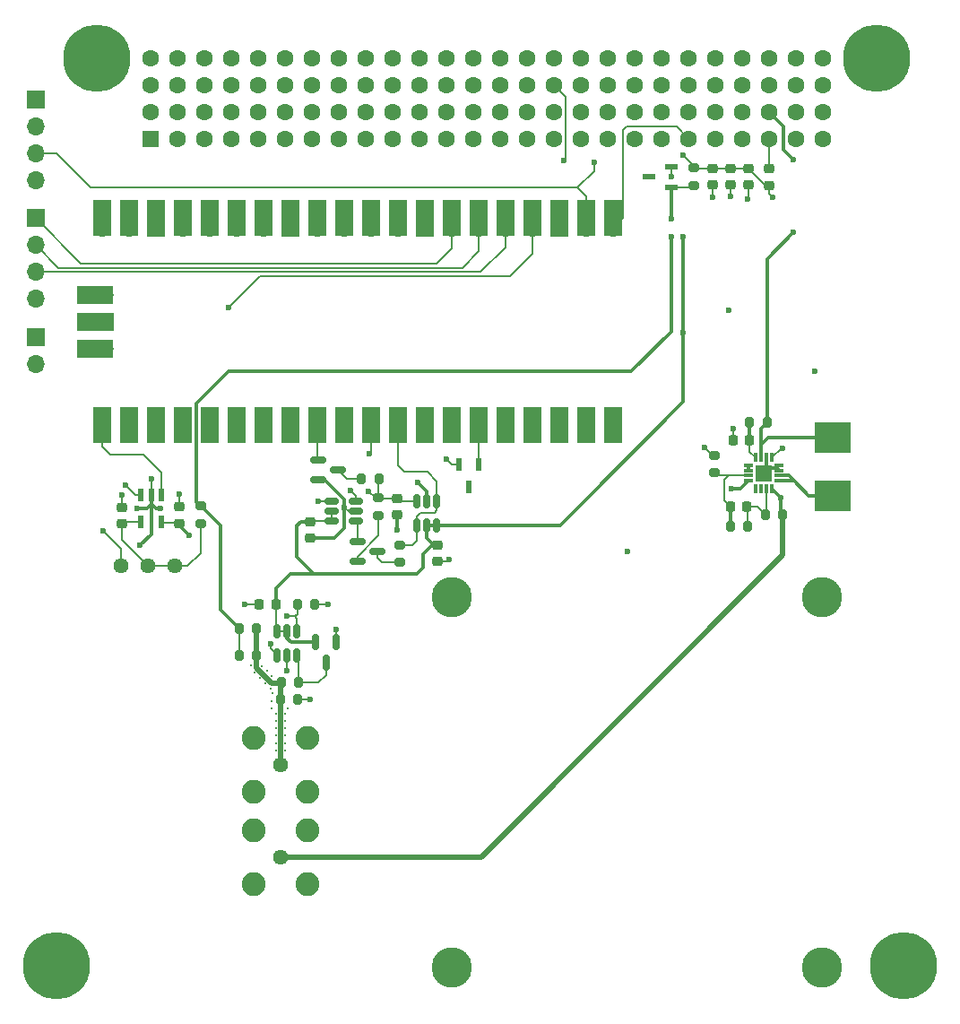
<source format=gtl>
%TF.GenerationSoftware,KiCad,Pcbnew,7.0.6*%
%TF.CreationDate,2023-08-29T11:28:15+01:00*%
%TF.ProjectId,SiPM_output,5369504d-5f6f-4757-9470-75742e6b6963,2.2*%
%TF.SameCoordinates,Original*%
%TF.FileFunction,Copper,L1,Top*%
%TF.FilePolarity,Positive*%
%FSLAX46Y46*%
G04 Gerber Fmt 4.6, Leading zero omitted, Abs format (unit mm)*
G04 Created by KiCad (PCBNEW 7.0.6) date 2023-08-29 11:28:15*
%MOMM*%
%LPD*%
G01*
G04 APERTURE LIST*
G04 Aperture macros list*
%AMRoundRect*
0 Rectangle with rounded corners*
0 $1 Rounding radius*
0 $2 $3 $4 $5 $6 $7 $8 $9 X,Y pos of 4 corners*
0 Add a 4 corners polygon primitive as box body*
4,1,4,$2,$3,$4,$5,$6,$7,$8,$9,$2,$3,0*
0 Add four circle primitives for the rounded corners*
1,1,$1+$1,$2,$3*
1,1,$1+$1,$4,$5*
1,1,$1+$1,$6,$7*
1,1,$1+$1,$8,$9*
0 Add four rect primitives between the rounded corners*
20,1,$1+$1,$2,$3,$4,$5,0*
20,1,$1+$1,$4,$5,$6,$7,0*
20,1,$1+$1,$6,$7,$8,$9,0*
20,1,$1+$1,$8,$9,$2,$3,0*%
G04 Aperture macros list end*
%TA.AperFunction,SMDPad,CuDef*%
%ADD10RoundRect,0.150000X-0.150000X0.512500X-0.150000X-0.512500X0.150000X-0.512500X0.150000X0.512500X0*%
%TD*%
%TA.AperFunction,SMDPad,CuDef*%
%ADD11RoundRect,0.150000X-0.587500X-0.150000X0.587500X-0.150000X0.587500X0.150000X-0.587500X0.150000X0*%
%TD*%
%TA.AperFunction,SMDPad,CuDef*%
%ADD12RoundRect,0.150000X0.512500X0.150000X-0.512500X0.150000X-0.512500X-0.150000X0.512500X-0.150000X0*%
%TD*%
%TA.AperFunction,SMDPad,CuDef*%
%ADD13RoundRect,0.225000X0.225000X0.250000X-0.225000X0.250000X-0.225000X-0.250000X0.225000X-0.250000X0*%
%TD*%
%TA.AperFunction,SMDPad,CuDef*%
%ADD14RoundRect,0.150000X0.150000X-0.512500X0.150000X0.512500X-0.150000X0.512500X-0.150000X-0.512500X0*%
%TD*%
%TA.AperFunction,ComponentPad*%
%ADD15C,2.250000*%
%TD*%
%TA.AperFunction,ComponentPad*%
%ADD16C,1.440000*%
%TD*%
%TA.AperFunction,SMDPad,CuDef*%
%ADD17RoundRect,0.225000X-0.250000X0.225000X-0.250000X-0.225000X0.250000X-0.225000X0.250000X0.225000X0*%
%TD*%
%TA.AperFunction,SMDPad,CuDef*%
%ADD18RoundRect,0.200000X0.275000X-0.200000X0.275000X0.200000X-0.275000X0.200000X-0.275000X-0.200000X0*%
%TD*%
%TA.AperFunction,SMDPad,CuDef*%
%ADD19R,3.500000X1.700000*%
%TD*%
%TA.AperFunction,ComponentPad*%
%ADD20O,1.700000X1.700000*%
%TD*%
%TA.AperFunction,ComponentPad*%
%ADD21R,1.700000X1.700000*%
%TD*%
%TA.AperFunction,SMDPad,CuDef*%
%ADD22R,1.700000X3.500000*%
%TD*%
%TA.AperFunction,SMDPad,CuDef*%
%ADD23RoundRect,0.200000X-0.200000X-0.275000X0.200000X-0.275000X0.200000X0.275000X-0.200000X0.275000X0*%
%TD*%
%TA.AperFunction,SMDPad,CuDef*%
%ADD24RoundRect,0.150000X-0.150000X0.587500X-0.150000X-0.587500X0.150000X-0.587500X0.150000X0.587500X0*%
%TD*%
%TA.AperFunction,SMDPad,CuDef*%
%ADD25RoundRect,0.218750X-0.256250X0.218750X-0.256250X-0.218750X0.256250X-0.218750X0.256250X0.218750X0*%
%TD*%
%TA.AperFunction,SMDPad,CuDef*%
%ADD26RoundRect,0.225000X0.250000X-0.225000X0.250000X0.225000X-0.250000X0.225000X-0.250000X-0.225000X0*%
%TD*%
%TA.AperFunction,ComponentPad*%
%ADD27C,6.350000*%
%TD*%
%TA.AperFunction,ComponentPad*%
%ADD28R,1.600000X1.600000*%
%TD*%
%TA.AperFunction,ComponentPad*%
%ADD29C,1.600000*%
%TD*%
%TA.AperFunction,ComponentPad*%
%ADD30C,3.800000*%
%TD*%
%TA.AperFunction,SMDPad,CuDef*%
%ADD31RoundRect,0.088500X0.526500X0.206500X-0.526500X0.206500X-0.526500X-0.206500X0.526500X-0.206500X0*%
%TD*%
%TA.AperFunction,SMDPad,CuDef*%
%ADD32RoundRect,0.200000X-0.275000X0.200000X-0.275000X-0.200000X0.275000X-0.200000X0.275000X0.200000X0*%
%TD*%
%TA.AperFunction,SMDPad,CuDef*%
%ADD33RoundRect,0.200000X0.200000X0.275000X-0.200000X0.275000X-0.200000X-0.275000X0.200000X-0.275000X0*%
%TD*%
%TA.AperFunction,SMDPad,CuDef*%
%ADD34R,1.550000X1.550000*%
%TD*%
%TA.AperFunction,SMDPad,CuDef*%
%ADD35R,0.850000X0.300000*%
%TD*%
%TA.AperFunction,SMDPad,CuDef*%
%ADD36R,0.300000X0.850000*%
%TD*%
%TA.AperFunction,SMDPad,CuDef*%
%ADD37R,3.500000X2.950000*%
%TD*%
%TA.AperFunction,SMDPad,CuDef*%
%ADD38RoundRect,0.088500X-0.206500X0.516500X-0.206500X-0.516500X0.206500X-0.516500X0.206500X0.516500X0*%
%TD*%
%TA.AperFunction,SMDPad,CuDef*%
%ADD39RoundRect,0.088500X-0.206500X0.526500X-0.206500X-0.526500X0.206500X-0.526500X0.206500X0.526500X0*%
%TD*%
%TA.AperFunction,ViaPad*%
%ADD40C,0.600000*%
%TD*%
%TA.AperFunction,ViaPad*%
%ADD41C,0.300000*%
%TD*%
%TA.AperFunction,Conductor*%
%ADD42C,0.200000*%
%TD*%
%TA.AperFunction,Conductor*%
%ADD43C,0.300000*%
%TD*%
%TA.AperFunction,Conductor*%
%ADD44C,0.500000*%
%TD*%
G04 APERTURE END LIST*
D10*
%TO.P,U4,6,V+*%
%TO.N,VCC*%
X93775000Y-102987500D03*
%TO.P,U4,5,ENABLE*%
X92825000Y-102987500D03*
%TO.P,U4,4,-*%
%TO.N,PEAK*%
X91875000Y-102987500D03*
%TO.P,U4,3,+*%
%TO.N,Net-(U3--)*%
X91875000Y-100712500D03*
%TO.P,U4,2,V-*%
%TO.N,GND*%
X92825000Y-100712500D03*
%TO.P,U4,1*%
%TO.N,PEAK*%
X93775000Y-100712500D03*
%TD*%
D11*
%TO.P,D2,3,COM*%
%TO.N,Net-(D2-COM)*%
X88162500Y-105462500D03*
%TO.P,D2,2,K*%
%TO.N,Net-(D2-K)*%
X86287500Y-106412500D03*
%TO.P,D2,1,A*%
%TO.N,Net-(D2-A)*%
X86287500Y-104512500D03*
%TD*%
D12*
%TO.P,U3,6,V+*%
%TO.N,VCC*%
X83850000Y-102612500D03*
%TO.P,U3,5,ENABLE*%
X83850000Y-101662500D03*
%TO.P,U3,4,-*%
%TO.N,Net-(U3--)*%
X83850000Y-100712500D03*
%TO.P,U3,3,+*%
%TO.N,SIG*%
X86125000Y-100712500D03*
%TO.P,U3,2,V-*%
%TO.N,GND*%
X86125000Y-101662500D03*
%TO.P,U3,1*%
%TO.N,Net-(D2-A)*%
X86125000Y-102612500D03*
%TD*%
D13*
%TO.P,C2,2*%
%TO.N,GND*%
X121775000Y-95000000D03*
%TO.P,C2,1*%
%TO.N,Net-(IC1-~{SHDN})*%
X123325000Y-95000000D03*
%TD*%
D14*
%TO.P,U2,6,V+*%
%TO.N,VCC*%
X78650000Y-112962500D03*
%TO.P,U2,5,ENABLE*%
X79600000Y-112962500D03*
%TO.P,U2,4,-*%
%TO.N,Net-(U2--)*%
X80550000Y-112962500D03*
%TO.P,U2,3,+*%
%TO.N,Net-(D1-COM)*%
X80550000Y-115237500D03*
%TO.P,U2,2,V-*%
%TO.N,GND*%
X79600000Y-115237500D03*
%TO.P,U2,1*%
%TO.N,SIG*%
X78650000Y-115237500D03*
%TD*%
D15*
%TO.P,J6,2,Ext*%
%TO.N,GND*%
X76460000Y-123110000D03*
X76460000Y-128190000D03*
X81540000Y-123110000D03*
X81540000Y-128190000D03*
D16*
%TO.P,J6,1,In*%
%TO.N,SiPM*%
X79000000Y-125650000D03*
%TD*%
D17*
%TO.P,C8,2*%
%TO.N,GND*%
X119800000Y-70825000D03*
%TO.P,C8,1*%
%TO.N,VCC*%
X119800000Y-69275000D03*
%TD*%
D18*
%TO.P,R5,2*%
%TO.N,STB_VREF*%
X71430000Y-101175000D03*
%TO.P,R5,1*%
%TO.N,Net-(C4-Pad2)*%
X71430000Y-102825000D03*
%TD*%
D19*
%TO.P,U5,43,SWDIO*%
%TO.N,unconnected-(U5-SWDIO-Pad43)*%
X61500000Y-86290000D03*
D20*
X62400000Y-86290000D03*
D19*
%TO.P,U5,42,GND*%
%TO.N,unconnected-(U5-GND-Pad42)*%
X61500000Y-83750000D03*
D21*
X62400000Y-83750000D03*
D19*
%TO.P,U5,41,SWCLK*%
%TO.N,unconnected-(U5-SWCLK-Pad41)*%
X61500000Y-81210000D03*
D20*
X62400000Y-81210000D03*
D22*
%TO.P,U5,40,VBUS*%
%TO.N,VBUS*%
X110430000Y-93540000D03*
D20*
X110430000Y-92640000D03*
D22*
%TO.P,U5,39,VSYS*%
%TO.N,VSYS*%
X107890000Y-93540000D03*
D20*
X107890000Y-92640000D03*
D22*
%TO.P,U5,38,GND*%
%TO.N,GND*%
X105350000Y-93540000D03*
D21*
X105350000Y-92640000D03*
D22*
%TO.P,U5,37,3V3_EN*%
%TO.N,unconnected-(U5-3V3_EN-Pad37)*%
X102810000Y-93540000D03*
D20*
X102810000Y-92640000D03*
D22*
%TO.P,U5,36,3V3*%
%TO.N,unconnected-(U5-3V3-Pad36)*%
X100270000Y-93540000D03*
D20*
X100270000Y-92640000D03*
D22*
%TO.P,U5,35,ADC_VREF*%
%TO.N,VREF*%
X97730000Y-93540000D03*
D20*
X97730000Y-92640000D03*
D22*
%TO.P,U5,34,GPIO28_ADC2*%
%TO.N,GND*%
X95190000Y-93540000D03*
D20*
X95190000Y-92640000D03*
D22*
%TO.P,U5,33,AGND*%
X92650000Y-93540000D03*
D21*
X92650000Y-92640000D03*
D22*
%TO.P,U5,32,GPIO27_ADC1*%
%TO.N,PEAK*%
X90110000Y-93540000D03*
D20*
X90110000Y-92640000D03*
D22*
%TO.P,U5,31,GPIO26_ADC0*%
%TO.N,SIG*%
X87570000Y-93540000D03*
D20*
X87570000Y-92640000D03*
D22*
%TO.P,U5,30,RUN*%
%TO.N,unconnected-(U5-RUN-Pad30)*%
X85030000Y-93540000D03*
D20*
X85030000Y-92640000D03*
D22*
%TO.P,U5,29,GPIO22*%
%TO.N,RST*%
X82490000Y-93540000D03*
D20*
X82490000Y-92640000D03*
D22*
%TO.P,U5,28,GND*%
%TO.N,GND*%
X79950000Y-93540000D03*
D21*
X79950000Y-92640000D03*
D22*
%TO.P,U5,27,GPIO21*%
%TO.N,unconnected-(U5-GPIO21-Pad27)*%
X77410000Y-93540000D03*
D20*
X77410000Y-92640000D03*
D22*
%TO.P,U5,26,GPIO20*%
%TO.N,unconnected-(U5-GPIO20-Pad26)*%
X74870000Y-93540000D03*
D20*
X74870000Y-92640000D03*
D22*
%TO.P,U5,25,GPIO19*%
%TO.N,unconnected-(U5-GPIO19-Pad25)*%
X72330000Y-93540000D03*
D20*
X72330000Y-92640000D03*
D22*
%TO.P,U5,24,GPIO18*%
%TO.N,unconnected-(U5-GPIO18-Pad24)*%
X69790000Y-93540000D03*
D20*
X69790000Y-92640000D03*
D22*
%TO.P,U5,23,GND*%
%TO.N,GND*%
X67250000Y-93540000D03*
D21*
X67250000Y-92640000D03*
D22*
%TO.P,U5,22,GPIO17*%
%TO.N,unconnected-(U5-GPIO17-Pad22)*%
X64710000Y-93540000D03*
D20*
X64710000Y-92640000D03*
D22*
%TO.P,U5,21,GPIO16*%
%TO.N,INT*%
X62170000Y-93540000D03*
D20*
X62170000Y-92640000D03*
D22*
%TO.P,U5,20,GPIO15*%
%TO.N,unconnected-(U5-GPIO15-Pad20)*%
X62170000Y-73960000D03*
D20*
X62170000Y-74860000D03*
D22*
%TO.P,U5,19,GPIO14*%
%TO.N,unconnected-(U5-GPIO14-Pad19)*%
X64710000Y-73960000D03*
D20*
X64710000Y-74860000D03*
D22*
%TO.P,U5,18,GND*%
%TO.N,GND*%
X67250000Y-73960000D03*
D21*
X67250000Y-74860000D03*
D22*
%TO.P,U5,17,GPIO13*%
%TO.N,unconnected-(U5-GPIO13-Pad17)*%
X69790000Y-73960000D03*
D20*
X69790000Y-74860000D03*
D22*
%TO.P,U5,16,GPIO12*%
%TO.N,unconnected-(U5-GPIO12-Pad16)*%
X72330000Y-73960000D03*
D20*
X72330000Y-74860000D03*
D22*
%TO.P,U5,15,GPIO11*%
%TO.N,unconnected-(U5-GPIO11-Pad15)*%
X74870000Y-73960000D03*
D20*
X74870000Y-74860000D03*
D22*
%TO.P,U5,14,GPIO10*%
%TO.N,unconnected-(U5-GPIO10-Pad14)*%
X77410000Y-73960000D03*
D20*
X77410000Y-74860000D03*
D22*
%TO.P,U5,13,GND*%
%TO.N,GND*%
X79950000Y-73960000D03*
D21*
X79950000Y-74860000D03*
D22*
%TO.P,U5,12,GPIO9*%
%TO.N,UART1RX*%
X82490000Y-73960000D03*
D20*
X82490000Y-74860000D03*
D22*
%TO.P,U5,11,GPIO8*%
%TO.N,UART1TX*%
X85030000Y-73960000D03*
D20*
X85030000Y-74860000D03*
D22*
%TO.P,U5,10,GPIO7*%
%TO.N,unconnected-(U5-GPIO7-Pad10)*%
X87570000Y-73960000D03*
D20*
X87570000Y-74860000D03*
D22*
%TO.P,U5,9,GPIO6*%
%TO.N,unconnected-(U5-GPIO6-Pad9)*%
X90110000Y-73960000D03*
D20*
X90110000Y-74860000D03*
D22*
%TO.P,U5,8,GND*%
%TO.N,GND*%
X92650000Y-73960000D03*
D21*
X92650000Y-74860000D03*
D22*
%TO.P,U5,7,GPIO5*%
%TO.N,CS*%
X95190000Y-73960000D03*
D20*
X95190000Y-74860000D03*
D22*
%TO.P,U5,6,GPIO4*%
%TO.N,RX*%
X97730000Y-73960000D03*
D20*
X97730000Y-74860000D03*
D22*
%TO.P,U5,5,GPIO3*%
%TO.N,TX*%
X100270000Y-73960000D03*
D20*
X100270000Y-74860000D03*
D22*
%TO.P,U5,4,GPIO2*%
%TO.N,SCK*%
X102810000Y-73960000D03*
D20*
X102810000Y-74860000D03*
D22*
%TO.P,U5,3,GND*%
%TO.N,GND*%
X105350000Y-73960000D03*
D21*
X105350000Y-74860000D03*
D22*
%TO.P,U5,2,GPIO1*%
%TO.N,SCL*%
X107890000Y-73960000D03*
D20*
X107890000Y-74860000D03*
D22*
%TO.P,U5,1,GPIO0*%
%TO.N,SDA*%
X110430000Y-73960000D03*
D20*
X110430000Y-74860000D03*
%TD*%
D18*
%TO.P,R7,2*%
%TO.N,PEAK*%
X90225000Y-104862500D03*
%TO.P,R7,1*%
%TO.N,Net-(D2-COM)*%
X90225000Y-106512500D03*
%TD*%
D23*
%TO.P,R1,2*%
%TO.N,Net-(D1-COM)*%
X80700000Y-117837500D03*
%TO.P,R1,1*%
%TO.N,SiPM*%
X79050000Y-117837500D03*
%TD*%
D17*
%TO.P,C7,2*%
%TO.N,GND*%
X90050000Y-102000000D03*
%TO.P,C7,1*%
%TO.N,Net-(U3--)*%
X90050000Y-100450000D03*
%TD*%
D23*
%TO.P,R3,2*%
%TO.N,GND*%
X80650000Y-119437500D03*
%TO.P,R3,1*%
%TO.N,SiPM*%
X79000000Y-119437500D03*
%TD*%
D20*
%TO.P,J1,4,Pin_4*%
%TO.N,SCK*%
X55850000Y-81620000D03*
%TO.P,J1,3,Pin_3*%
%TO.N,TX*%
X55850000Y-79080000D03*
%TO.P,J1,2,Pin_2*%
%TO.N,RX*%
X55850000Y-76540000D03*
D21*
%TO.P,J1,1,Pin_1*%
%TO.N,CS*%
X55850000Y-74000000D03*
%TD*%
D16*
%TO.P,RV1,3,3*%
%TO.N,GND*%
X63900000Y-106850000D03*
%TO.P,RV1,2,2*%
%TO.N,Net-(C4-Pad2)*%
X66440000Y-106850000D03*
%TO.P,RV1,1,1*%
X68980000Y-106850000D03*
%TD*%
D23*
%TO.P,R10,2*%
%TO.N,SiPM*%
X76750000Y-112777500D03*
%TO.P,R10,1*%
%TO.N,STB_VREF*%
X75100000Y-112777500D03*
%TD*%
D13*
%TO.P,C3,2*%
%TO.N,GND*%
X77000000Y-110437500D03*
%TO.P,C3,1*%
%TO.N,VCC*%
X78550000Y-110437500D03*
%TD*%
D17*
%TO.P,C10,2*%
%TO.N,GND*%
X123200000Y-70825000D03*
%TO.P,C10,1*%
%TO.N,VCC*%
X123200000Y-69275000D03*
%TD*%
%TO.P,C11,2*%
%TO.N,GND*%
X81825000Y-104187500D03*
%TO.P,C11,1*%
%TO.N,VCC*%
X81825000Y-102637500D03*
%TD*%
D18*
%TO.P,R6,2*%
%TO.N,Net-(U3--)*%
X88275000Y-100412500D03*
%TO.P,R6,1*%
%TO.N,Net-(D2-K)*%
X88275000Y-102062500D03*
%TD*%
D24*
%TO.P,D1,3,COM*%
%TO.N,Net-(D1-COM)*%
X83300000Y-115925000D03*
%TO.P,D1,2,K*%
%TO.N,VCC*%
X82350000Y-114050000D03*
%TO.P,D1,1,A*%
%TO.N,GND*%
X84250000Y-114050000D03*
%TD*%
D15*
%TO.P,J4,2,Ext*%
%TO.N,GND*%
X76470000Y-131750000D03*
X76470000Y-136830000D03*
X81550000Y-131750000D03*
X81550000Y-136830000D03*
D16*
%TO.P,J4,1,In*%
%TO.N,BIAS*%
X79010000Y-134290000D03*
%TD*%
D25*
%TO.P,L1,2,2*%
%TO.N,VCC*%
X125150000Y-70887500D03*
%TO.P,L1,1,1*%
%TO.N,Net-(U8-47-OUT1_3V3)*%
X125150000Y-69312500D03*
%TD*%
D26*
%TO.P,C1,2*%
%TO.N,GND*%
X69480000Y-101250000D03*
%TO.P,C1,1*%
%TO.N,VCC*%
X69480000Y-102800000D03*
%TD*%
D27*
%TO.P,U8,*%
%TO.N,*%
X57840000Y-144600000D03*
X61650000Y-58870000D03*
X135310000Y-58870000D03*
X137850000Y-144600000D03*
D28*
%TO.P,U8,1,01-CAN-L*%
%TO.N,unconnected-(U8-01-CAN-L-Pad1)*%
X66730000Y-66490000D03*
D29*
%TO.P,U8,2,02*%
%TO.N,unconnected-(U8-02-Pad2)*%
X66730000Y-63950000D03*
%TO.P,U8,3,03-CAN-H*%
%TO.N,unconnected-(U8-03-CAN-H-Pad3)*%
X69270000Y-66490000D03*
%TO.P,U8,4,04*%
%TO.N,unconnected-(U8-04-Pad4)*%
X69270000Y-63950000D03*
%TO.P,U8,5,05*%
%TO.N,unconnected-(U8-05-Pad5)*%
X71810000Y-66490000D03*
%TO.P,U8,6,06*%
%TO.N,unconnected-(U8-06-Pad6)*%
X71810000Y-63950000D03*
%TO.P,U8,7,07*%
%TO.N,unconnected-(U8-07-Pad7)*%
X74350000Y-66490000D03*
%TO.P,U8,8,08*%
%TO.N,unconnected-(U8-08-Pad8)*%
X74350000Y-63950000D03*
%TO.P,U8,9,09-I2C2_SDA*%
%TO.N,unconnected-(U8-09-I2C2_SDA-Pad9)*%
X76890000Y-66490000D03*
%TO.P,U8,10,10*%
%TO.N,unconnected-(U8-Pad10)*%
X76890000Y-63950000D03*
%TO.P,U8,11,11-I2C2_SCL*%
%TO.N,unconnected-(U8-11-I2C2_SCL-Pad11)*%
X79430000Y-66490000D03*
%TO.P,U8,12,12*%
%TO.N,unconnected-(U8-Pad12)*%
X79430000Y-63950000D03*
%TO.P,U8,13,13*%
%TO.N,unconnected-(U8-Pad13)*%
X81970000Y-66490000D03*
%TO.P,U8,14,14*%
%TO.N,unconnected-(U8-Pad14)*%
X81970000Y-63950000D03*
%TO.P,U8,15,15*%
%TO.N,unconnected-(U8-Pad15)*%
X84510000Y-66490000D03*
%TO.P,U8,16,16*%
%TO.N,unconnected-(U8-Pad16)*%
X84510000Y-63950000D03*
%TO.P,U8,17,17*%
%TO.N,unconnected-(U8-Pad17)*%
X87050000Y-66490000D03*
%TO.P,U8,18,18*%
%TO.N,unconnected-(U8-Pad18)*%
X87050000Y-63950000D03*
%TO.P,U8,19,19-RX*%
%TO.N,unconnected-(U8-19-RX-Pad19)*%
X89590000Y-66490000D03*
%TO.P,U8,20,TX-20*%
%TO.N,unconnected-(U8-TX-20-Pad20)*%
X89590000Y-63950000D03*
%TO.P,U8,21,21*%
%TO.N,unconnected-(U8-Pad21)*%
X92130000Y-66490000D03*
%TO.P,U8,22,22*%
%TO.N,unconnected-(U8-Pad22)*%
X92130000Y-63950000D03*
%TO.P,U8,23,23*%
%TO.N,unconnected-(U8-Pad23)*%
X94670000Y-66490000D03*
%TO.P,U8,24,24*%
%TO.N,unconnected-(U8-Pad24)*%
X94670000Y-63950000D03*
%TO.P,U8,25,25*%
%TO.N,unconnected-(U8-Pad25)*%
X97210000Y-66490000D03*
%TO.P,U8,26,26*%
%TO.N,unconnected-(U8-Pad26)*%
X97210000Y-63950000D03*
%TO.P,U8,27,27*%
%TO.N,unconnected-(U8-Pad27)*%
X99750000Y-66490000D03*
%TO.P,U8,28,28*%
%TO.N,unconnected-(U8-Pad28)*%
X99750000Y-63950000D03*
%TO.P,U8,29,29*%
%TO.N,unconnected-(U8-Pad29)*%
X102290000Y-66490000D03*
%TO.P,U8,30,30*%
%TO.N,unconnected-(U8-Pad30)*%
X102290000Y-63950000D03*
%TO.P,U8,31,31*%
%TO.N,unconnected-(U8-Pad31)*%
X104830000Y-66490000D03*
%TO.P,U8,32,5V0_IN-32*%
%TO.N,unconnected-(U8-5V0_IN-32-Pad32)*%
X104830000Y-63950000D03*
%TO.P,U8,33,33*%
%TO.N,unconnected-(U8-Pad33)*%
X107370000Y-66490000D03*
%TO.P,U8,34,34*%
%TO.N,unconnected-(U8-Pad34)*%
X107370000Y-63950000D03*
%TO.P,U8,35,35*%
%TO.N,unconnected-(U8-Pad35)*%
X109910000Y-66490000D03*
%TO.P,U8,36,36*%
%TO.N,unconnected-(U8-Pad36)*%
X109910000Y-63950000D03*
%TO.P,U8,37,37*%
%TO.N,unconnected-(U8-Pad37)*%
X112450000Y-66490000D03*
%TO.P,U8,38,38*%
%TO.N,unconnected-(U8-Pad38)*%
X112450000Y-63950000D03*
%TO.P,U8,39,39-TXD*%
%TO.N,unconnected-(U8-39-TXD-Pad39)*%
X114990000Y-66490000D03*
%TO.P,U8,40,RXD-40*%
%TO.N,unconnected-(U8-RXD-40-Pad40)*%
X114990000Y-63950000D03*
%TO.P,U8,41,41-I2C-SDA*%
%TO.N,SDA*%
X117530000Y-66490000D03*
%TO.P,U8,42,42*%
%TO.N,unconnected-(U8-Pad42)*%
X117530000Y-63950000D03*
%TO.P,U8,43,43-I2C-SCL*%
%TO.N,SCL*%
X120070000Y-66490000D03*
%TO.P,U8,44,44*%
%TO.N,unconnected-(U8-Pad44)*%
X120070000Y-63950000D03*
%TO.P,U8,45,45*%
%TO.N,unconnected-(U8-Pad45)*%
X122610000Y-66490000D03*
%TO.P,U8,46,46*%
%TO.N,unconnected-(U8-Pad46)*%
X122610000Y-63950000D03*
%TO.P,U8,47,47-OUT1_3V3*%
%TO.N,Net-(U8-47-OUT1_3V3)*%
X125150000Y-66490000D03*
%TO.P,U8,48,OUT4_5V0-48*%
%TO.N,+5V*%
X125150000Y-63950000D03*
%TO.P,U8,49,49-OUT2_3V3*%
%TO.N,unconnected-(U8-49-OUT2_3V3-Pad49)*%
X127690000Y-66490000D03*
%TO.P,U8,50,OUT5_5V0-50*%
%TO.N,unconnected-(U8-OUT5_5V0-50-Pad50)*%
X127690000Y-63950000D03*
%TO.P,U8,51,51-OUT3_3V3*%
%TO.N,unconnected-(U8-51-OUT3_3V3-Pad51)*%
X130230000Y-66490000D03*
%TO.P,U8,52,OUT6_5V0-52*%
%TO.N,unconnected-(U8-OUT6_5V0-52-Pad52)*%
X130230000Y-63950000D03*
%TO.P,U8,53,01*%
%TO.N,unconnected-(U8-01-Pad53)*%
X66730000Y-61410000D03*
%TO.P,U8,54,02*%
%TO.N,unconnected-(U8-02-Pad54)*%
X66730000Y-58870000D03*
%TO.P,U8,55,03*%
%TO.N,unconnected-(U8-03-Pad55)*%
X69270000Y-61410000D03*
%TO.P,U8,56,04*%
%TO.N,unconnected-(U8-04-Pad56)*%
X69270000Y-58870000D03*
%TO.P,U8,57,05*%
%TO.N,unconnected-(U8-05-Pad57)*%
X71810000Y-61410000D03*
%TO.P,U8,58,06*%
%TO.N,unconnected-(U8-06-Pad58)*%
X71810000Y-58870000D03*
%TO.P,U8,59,07*%
%TO.N,unconnected-(U8-07-Pad59)*%
X74350000Y-61410000D03*
%TO.P,U8,60,08*%
%TO.N,unconnected-(U8-08-Pad60)*%
X74350000Y-58870000D03*
%TO.P,U8,61,09*%
%TO.N,unconnected-(U8-09-Pad61)*%
X76890000Y-61410000D03*
%TO.P,U8,62,10*%
%TO.N,unconnected-(U8-10-Pad62)*%
X76890000Y-58870000D03*
%TO.P,U8,63,11*%
%TO.N,unconnected-(U8-11-Pad63)*%
X79430000Y-61410000D03*
%TO.P,U8,64,12*%
%TO.N,unconnected-(U8-12-Pad64)*%
X79430000Y-58870000D03*
%TO.P,U8,65,13*%
%TO.N,unconnected-(U8-13-Pad65)*%
X81970000Y-61410000D03*
%TO.P,U8,66,14*%
%TO.N,unconnected-(U8-14-Pad66)*%
X81970000Y-58870000D03*
%TO.P,U8,67,15*%
%TO.N,unconnected-(U8-15-Pad67)*%
X84510000Y-61410000D03*
%TO.P,U8,68,16*%
%TO.N,unconnected-(U8-16-Pad68)*%
X84510000Y-58870000D03*
%TO.P,U8,69,17*%
%TO.N,unconnected-(U8-17-Pad69)*%
X87050000Y-61410000D03*
%TO.P,U8,70,18*%
%TO.N,unconnected-(U8-18-Pad70)*%
X87050000Y-58870000D03*
%TO.P,U8,71,19*%
%TO.N,unconnected-(U8-19-Pad71)*%
X89590000Y-61410000D03*
%TO.P,U8,72,20*%
%TO.N,unconnected-(U8-20-Pad72)*%
X89590000Y-58870000D03*
%TO.P,U8,73,21*%
%TO.N,unconnected-(U8-21-Pad73)*%
X92130000Y-61410000D03*
%TO.P,U8,74,22*%
%TO.N,unconnected-(U8-22-Pad74)*%
X92130000Y-58870000D03*
%TO.P,U8,75,23*%
%TO.N,unconnected-(U8-23-Pad75)*%
X94670000Y-61410000D03*
%TO.P,U8,76,24*%
%TO.N,unconnected-(U8-24-Pad76)*%
X94670000Y-58870000D03*
%TO.P,U8,77,25-5V0*%
%TO.N,unconnected-(U8-25-5V0-Pad77)*%
X97210000Y-61410000D03*
%TO.P,U8,78,5V0-26*%
%TO.N,unconnected-(U8-5V0-26-Pad78)*%
X97210000Y-58870000D03*
%TO.P,U8,79,27-3V3*%
%TO.N,unconnected-(U8-27-3V3-Pad79)*%
X99750000Y-61410000D03*
%TO.P,U8,80,3V3-28*%
%TO.N,unconnected-(U8-3V3-28-Pad80)*%
X99750000Y-58870000D03*
%TO.P,U8,81,29-GND*%
%TO.N,unconnected-(U8-29-GND-Pad81)*%
X102290000Y-61410000D03*
%TO.P,U8,82,GND-30*%
%TO.N,unconnected-(U8-GND-30-Pad82)*%
X102290000Y-58870000D03*
%TO.P,U8,83,31-AGND*%
%TO.N,GND*%
X104830000Y-61410000D03*
%TO.P,U8,84,GND-32*%
%TO.N,unconnected-(U8-GND-32-Pad84)*%
X104830000Y-58870000D03*
%TO.P,U8,85,33*%
%TO.N,unconnected-(U8-33-Pad85)*%
X107370000Y-61410000D03*
%TO.P,U8,86,34*%
%TO.N,unconnected-(U8-34-Pad86)*%
X107370000Y-58870000D03*
%TO.P,U8,87,35-RX2*%
%TO.N,unconnected-(U8-35-RX2-Pad87)*%
X109910000Y-61410000D03*
%TO.P,U8,88,EPS_RX-36*%
%TO.N,unconnected-(U8-EPS_RX-36-Pad88)*%
X109910000Y-58870000D03*
%TO.P,U8,89,37-TX2*%
%TO.N,unconnected-(U8-37-TX2-Pad89)*%
X112450000Y-61410000D03*
%TO.P,U8,90,EPS_TX-38*%
%TO.N,unconnected-(U8-EPS_TX-38-Pad90)*%
X112450000Y-58870000D03*
%TO.P,U8,91,39*%
%TO.N,unconnected-(U8-39-Pad91)*%
X114990000Y-61410000D03*
%TO.P,U8,92,40*%
%TO.N,unconnected-(U8-40-Pad92)*%
X114990000Y-58870000D03*
%TO.P,U8,93,41*%
%TO.N,unconnected-(U8-41-Pad93)*%
X117530000Y-61410000D03*
%TO.P,U8,94,42*%
%TO.N,unconnected-(U8-42-Pad94)*%
X117530000Y-58870000D03*
%TO.P,U8,95,43*%
%TO.N,unconnected-(U8-43-Pad95)*%
X120070000Y-61410000D03*
%TO.P,U8,96,44*%
%TO.N,unconnected-(U8-44-Pad96)*%
X120070000Y-58870000D03*
%TO.P,U8,97,45-V_BAT*%
%TO.N,unconnected-(U8-45-V_BAT-Pad97)*%
X122610000Y-61410000D03*
%TO.P,U8,98,V_BAT-46*%
%TO.N,unconnected-(U8-V_BAT-46-Pad98)*%
X122610000Y-58870000D03*
%TO.P,U8,99,47*%
%TO.N,unconnected-(U8-47-Pad99)*%
X125150000Y-61410000D03*
%TO.P,U8,100,48*%
%TO.N,unconnected-(U8-48-Pad100)*%
X125150000Y-58870000D03*
%TO.P,U8,101,49*%
%TO.N,unconnected-(U8-49-Pad101)*%
X127690000Y-61410000D03*
%TO.P,U8,102,50*%
%TO.N,unconnected-(U8-50-Pad102)*%
X127690000Y-58870000D03*
%TO.P,U8,103,51*%
%TO.N,unconnected-(U8-51-Pad103)*%
X130230000Y-61410000D03*
%TO.P,U8,104,52*%
%TO.N,unconnected-(U8-52-Pad104)*%
X130230000Y-58870000D03*
%TD*%
D30*
%TO.P,REF\u002A\u002A,1*%
%TO.N,GND*%
X130150000Y-144750000D03*
%TD*%
D18*
%TO.P,R17,2*%
%TO.N,GND*%
X120000000Y-96375000D03*
%TO.P,R17,1*%
%TO.N,Net-(IC1-FB)*%
X120000000Y-98025000D03*
%TD*%
D30*
%TO.P,REF\u002A\u002A,1*%
%TO.N,GND*%
X95150000Y-144750000D03*
%TD*%
D17*
%TO.P,C4,2*%
%TO.N,Net-(C4-Pad2)*%
X64030000Y-102825000D03*
%TO.P,C4,1*%
%TO.N,GND*%
X64030000Y-101275000D03*
%TD*%
D11*
%TO.P,Q1,3,D*%
%TO.N,Net-(Q1-D)*%
X84425000Y-97737500D03*
%TO.P,Q1,2,S*%
%TO.N,GND*%
X82550000Y-98687500D03*
%TO.P,Q1,1,G*%
%TO.N,RST*%
X82550000Y-96787500D03*
%TD*%
D31*
%TO.P,U6,3,NC*%
%TO.N,unconnected-(U6-NC-Pad3)*%
X113767500Y-70100000D03*
%TO.P,U6,2,-*%
%TO.N,GND*%
X115887500Y-69150000D03*
%TO.P,U6,1,+*%
%TO.N,STB_VREF*%
X115887500Y-71050000D03*
%TD*%
D30*
%TO.P,REF\u002A\u002A,1*%
%TO.N,GND*%
X130150000Y-109750000D03*
%TD*%
D32*
%TO.P,R9,2*%
%TO.N,STB_VREF*%
X118050000Y-70875000D03*
%TO.P,R9,1*%
%TO.N,VCC*%
X118050000Y-69225000D03*
%TD*%
D33*
%TO.P,R15,2*%
%TO.N,Net-(IC1-MONIN)*%
X124775000Y-102000000D03*
%TO.P,R15,1*%
%TO.N,BIAS*%
X126425000Y-102000000D03*
%TD*%
D13*
%TO.P,C6,2*%
%TO.N,Net-(IC1-FB)*%
X121525000Y-101250000D03*
%TO.P,C6,1*%
%TO.N,Net-(IC1-MONIN)*%
X123075000Y-101250000D03*
%TD*%
D17*
%TO.P,C12,2*%
%TO.N,GND*%
X93800000Y-106425000D03*
%TO.P,C12,1*%
%TO.N,VCC*%
X93800000Y-104875000D03*
%TD*%
D33*
%TO.P,R8,2*%
%TO.N,Net-(Q1-D)*%
X86650000Y-98587500D03*
%TO.P,R8,1*%
%TO.N,Net-(U3--)*%
X88300000Y-98587500D03*
%TD*%
%TO.P,R14,2*%
%TO.N,Net-(IC1-~{SHDN})*%
X123325000Y-93250000D03*
%TO.P,R14,1*%
%TO.N,+5V*%
X124975000Y-93250000D03*
%TD*%
D30*
%TO.P,REF\u002A\u002A,1*%
%TO.N,GND*%
X95150000Y-109750000D03*
%TD*%
D20*
%TO.P,J2,2,Pin_2*%
%TO.N,UART1TX*%
X55850000Y-87740000D03*
D21*
%TO.P,J2,1,Pin_1*%
%TO.N,UART1RX*%
X55850000Y-85200000D03*
%TD*%
D20*
%TO.P,J3,4,Pin_4*%
%TO.N,SDA*%
X55850000Y-70420000D03*
%TO.P,J3,3,Pin_3*%
%TO.N,SCL*%
X55850000Y-67880000D03*
%TO.P,J3,2,Pin_2*%
%TO.N,VCC*%
X55850000Y-65340000D03*
D21*
%TO.P,J3,1,Pin_1*%
%TO.N,GND*%
X55850000Y-62800000D03*
%TD*%
D34*
%TO.P,IC1,17,EP*%
%TO.N,GND*%
X124650000Y-98050000D03*
D35*
%TO.P,IC1,16,MON*%
%TO.N,Net-(IC1-MON)*%
X123200000Y-98800000D03*
%TO.P,IC1,15,FB*%
%TO.N,Net-(IC1-FB)*%
X123200000Y-98300000D03*
%TO.P,IC1,14,CTRL*%
%TO.N,Net-(IC1-CTRL)*%
X123200000Y-97800000D03*
%TO.P,IC1,13,VREF*%
X123200000Y-97300000D03*
D36*
%TO.P,IC1,12,~{SHDN}*%
%TO.N,Net-(IC1-~{SHDN})*%
X123900000Y-96600000D03*
%TO.P,IC1,11,VIN*%
%TO.N,+5V*%
X124400000Y-96600000D03*
%TO.P,IC1,10,GND_2*%
%TO.N,GND*%
X124900000Y-96600000D03*
%TO.P,IC1,9,RT*%
%TO.N,Net-(IC1-RT)*%
X125400000Y-96600000D03*
D35*
%TO.P,IC1,8,SYNC*%
%TO.N,GND*%
X126100000Y-97300000D03*
%TO.P,IC1,7,GND_1*%
X126100000Y-97800000D03*
%TO.P,IC1,6,SW_2*%
%TO.N,Net-(IC1-SW_1)*%
X126100000Y-98300000D03*
%TO.P,IC1,5,SW_1*%
X126100000Y-98800000D03*
D36*
%TO.P,IC1,4,VOUT*%
%TO.N,BIAS*%
X125400000Y-99500000D03*
%TO.P,IC1,3,MONIN*%
%TO.N,Net-(IC1-MONIN)*%
X124900000Y-99500000D03*
%TO.P,IC1,2,APD*%
%TO.N,unconnected-(IC1-APD-Pad2)*%
X124400000Y-99500000D03*
%TO.P,IC1,1*%
%TO.N,N/C*%
X123900000Y-99500000D03*
%TD*%
D37*
%TO.P,L2,2,2*%
%TO.N,Net-(IC1-SW_1)*%
X131200000Y-100175000D03*
%TO.P,L2,1,1*%
%TO.N,+5V*%
X131200000Y-94725000D03*
%TD*%
D33*
%TO.P,R16,2*%
%TO.N,Net-(IC1-FB)*%
X121475000Y-103050000D03*
%TO.P,R16,1*%
%TO.N,Net-(IC1-MONIN)*%
X123125000Y-103050000D03*
%TD*%
D38*
%TO.P,U1,5*%
%TO.N,VCC*%
X67730000Y-102650000D03*
%TO.P,U1,4*%
%TO.N,Net-(C4-Pad2)*%
X65830000Y-102650000D03*
%TO.P,U1,3*%
%TO.N,SIG*%
X65830000Y-100140000D03*
%TO.P,U1,2*%
%TO.N,GND*%
X66780000Y-100140000D03*
%TO.P,U1,1*%
%TO.N,INT*%
X67730000Y-100140000D03*
%TD*%
D33*
%TO.P,R4,2*%
%TO.N,Net-(U2--)*%
X80575000Y-110437500D03*
%TO.P,R4,1*%
%TO.N,GND*%
X82225000Y-110437500D03*
%TD*%
D17*
%TO.P,C9,2*%
%TO.N,GND*%
X121500000Y-70825000D03*
%TO.P,C9,1*%
%TO.N,VCC*%
X121500000Y-69275000D03*
%TD*%
D39*
%TO.P,U7,3,NC*%
%TO.N,unconnected-(U7-NC-Pad3)*%
X96800000Y-99382500D03*
%TO.P,U7,2,-*%
%TO.N,GND*%
X95850000Y-97262500D03*
%TO.P,U7,1,+*%
%TO.N,VREF*%
X97750000Y-97262500D03*
%TD*%
D23*
%TO.P,R11,2*%
%TO.N,SiPM*%
X76750000Y-115287500D03*
%TO.P,R11,1*%
%TO.N,STB_VREF*%
X75100000Y-115287500D03*
%TD*%
D40*
%TO.N,GND*%
X105750000Y-68550000D03*
X94700000Y-96750000D03*
X94900000Y-106200000D03*
X84250000Y-112800000D03*
X119050000Y-95600000D03*
X121750000Y-93850000D03*
X115900000Y-70050000D03*
X123150000Y-72200000D03*
X121500000Y-71950000D03*
X119800000Y-72000000D03*
%TO.N,VCC*%
X125500000Y-72000000D03*
%TO.N,SCL*%
X108600000Y-68700000D03*
%TO.N,SCK*%
X74076089Y-82426089D03*
D41*
%TO.N,*%
X78550000Y-122150000D03*
X77705026Y-116755026D03*
X78550000Y-120750000D03*
X78058579Y-118381371D03*
X78550000Y-121450000D03*
X79450000Y-122150000D03*
X79450000Y-122850000D03*
X79450000Y-124250000D03*
X78200000Y-117250000D03*
X78550000Y-123550000D03*
X76250000Y-116250000D03*
X79450000Y-123550000D03*
X79450000Y-120750000D03*
X77563604Y-117886396D03*
X79700000Y-120250000D03*
X77210051Y-116260051D03*
X78550000Y-124250000D03*
X78200000Y-119600000D03*
X76573655Y-116896447D03*
X77068630Y-117391422D03*
X78550000Y-122850000D03*
X78250000Y-118850000D03*
X78200000Y-120300000D03*
X79450000Y-121450000D03*
D40*
%TO.N,VCC*%
X117050000Y-75700000D03*
X117050000Y-68050000D03*
X70400000Y-103900000D03*
X117050000Y-84800000D03*
%TO.N,GND*%
X66780000Y-98600000D03*
X75600000Y-110437500D03*
X111750000Y-105500000D03*
X67700000Y-101400000D03*
X65500000Y-101400000D03*
X65750000Y-104900000D03*
X121300000Y-82700000D03*
X124200000Y-98450000D03*
X64030000Y-100100000D03*
X85025000Y-101287500D03*
X90050000Y-103450000D03*
X62230000Y-103500000D03*
X125050000Y-97600000D03*
X81800000Y-119437500D03*
X69480000Y-100075000D03*
X129450000Y-88450000D03*
X79600000Y-116687500D03*
X91950000Y-98950000D03*
X83475000Y-110437500D03*
%TO.N,Net-(U3--)*%
X82575000Y-100687500D03*
X87325000Y-99787500D03*
%TO.N,Net-(U2--)*%
X79600000Y-111587500D03*
%TO.N,SIG*%
X85650000Y-99700000D03*
X64350000Y-99200000D03*
X87400000Y-96200000D03*
X78050000Y-114187500D03*
%TO.N,STB_VREF*%
X115900000Y-74050000D03*
X115900000Y-75750000D03*
%TO.N,+5V*%
X127450000Y-75350000D03*
X127450000Y-68450000D03*
%TO.N,Net-(IC1-MON)*%
X121600000Y-99550000D03*
%TO.N,BIAS*%
X126250000Y-100350000D03*
%TO.N,Net-(IC1-RT)*%
X126450000Y-95700000D03*
%TD*%
D42*
%TO.N,GND*%
X105930000Y-68370000D02*
X105750000Y-68550000D01*
X105930000Y-62510000D02*
X105930000Y-68370000D01*
X104830000Y-61410000D02*
X105930000Y-62510000D01*
X95212500Y-97262500D02*
X94700000Y-96750000D01*
X95850000Y-97262500D02*
X95212500Y-97262500D01*
X94675000Y-106425000D02*
X94900000Y-106200000D01*
X93800000Y-106425000D02*
X94675000Y-106425000D01*
X84250000Y-114050000D02*
X84250000Y-112800000D01*
X119825000Y-96375000D02*
X119050000Y-95600000D01*
X120000000Y-96375000D02*
X119825000Y-96375000D01*
X121775000Y-93875000D02*
X121750000Y-93850000D01*
X121775000Y-95000000D02*
X121775000Y-93875000D01*
X115887500Y-70037500D02*
X115900000Y-70050000D01*
X115887500Y-69150000D02*
X115887500Y-70037500D01*
%TO.N,VCC*%
X125150000Y-71650000D02*
X125150000Y-70887500D01*
X125500000Y-72000000D02*
X125150000Y-71650000D01*
%TO.N,GND*%
X123200000Y-72150000D02*
X123150000Y-72200000D01*
X123200000Y-70825000D02*
X123200000Y-72150000D01*
X121500000Y-70825000D02*
X121500000Y-71950000D01*
X119800000Y-70825000D02*
X119800000Y-72000000D01*
D43*
%TO.N,+5V*%
X126540000Y-65340000D02*
X125150000Y-63950000D01*
X126540000Y-67540000D02*
X126540000Y-65340000D01*
X127450000Y-68450000D02*
X126540000Y-67540000D01*
X127450000Y-75350000D02*
X124975000Y-77825000D01*
X124975000Y-77825000D02*
X124975000Y-93250000D01*
D42*
%TO.N,SCL*%
X108600000Y-69550000D02*
X108600000Y-68700000D01*
X107050000Y-71100000D02*
X108600000Y-69550000D01*
%TO.N,SDA*%
X116390000Y-65350000D02*
X117530000Y-66490000D01*
X111694365Y-65350000D02*
X116390000Y-65350000D01*
X111350000Y-65694365D02*
X111694365Y-65350000D01*
X110430000Y-74860000D02*
X111350000Y-73940000D01*
X111350000Y-73940000D02*
X111350000Y-65694365D01*
%TO.N,SCL*%
X107050000Y-71100000D02*
X107890000Y-71940000D01*
X107890000Y-71940000D02*
X107890000Y-74860000D01*
X61050000Y-71100000D02*
X107050000Y-71100000D01*
X57830000Y-67880000D02*
X61050000Y-71100000D01*
X55850000Y-67880000D02*
X57830000Y-67880000D01*
%TO.N,SCK*%
X102810000Y-77340000D02*
X102810000Y-74860000D01*
X100670000Y-79480000D02*
X102810000Y-77340000D01*
X74076089Y-82426089D02*
X77022178Y-79480000D01*
X77022178Y-79480000D02*
X100670000Y-79480000D01*
%TO.N,RX*%
X97730000Y-77120000D02*
X97730000Y-74860000D01*
X96170000Y-78680000D02*
X97730000Y-77120000D01*
X57990000Y-78680000D02*
X96170000Y-78680000D01*
X55850000Y-76540000D02*
X57990000Y-78680000D01*
%TO.N,TX*%
X100270000Y-76730000D02*
X100270000Y-74860000D01*
X55850000Y-79080000D02*
X97920000Y-79080000D01*
X97920000Y-79080000D02*
X100270000Y-76730000D01*
%TO.N,CS*%
X95190000Y-76834314D02*
X95190000Y-74860000D01*
X93744314Y-78280000D02*
X95190000Y-76834314D01*
X60130000Y-78280000D02*
X93744314Y-78280000D01*
X55850000Y-74000000D02*
X60130000Y-78280000D01*
%TO.N,VCC*%
X81975000Y-102612500D02*
X81925000Y-102662500D01*
D43*
X92500000Y-105700000D02*
X93325000Y-104875000D01*
X80550000Y-103000000D02*
X80550000Y-106000000D01*
D42*
X78600000Y-110587500D02*
X78600000Y-112912500D01*
X118100000Y-69275000D02*
X118050000Y-69225000D01*
X124812500Y-70887500D02*
X123200000Y-69275000D01*
D43*
X92825000Y-104175000D02*
X92825000Y-102987500D01*
D42*
X83850000Y-102612500D02*
X83850000Y-101662500D01*
X121500000Y-69275000D02*
X119800000Y-69275000D01*
X118050000Y-69050000D02*
X117050000Y-68050000D01*
D43*
X105412500Y-102987500D02*
X107625000Y-100775000D01*
X79950000Y-107550000D02*
X78550000Y-108950000D01*
D42*
X123200000Y-69275000D02*
X121500000Y-69275000D01*
X118050000Y-69225000D02*
X118050000Y-69050000D01*
X83850000Y-102612500D02*
X81850000Y-102612500D01*
D43*
X78550000Y-108950000D02*
X78550000Y-110437500D01*
D42*
X125150000Y-70887500D02*
X124812500Y-70887500D01*
D43*
X117050000Y-91350000D02*
X107625000Y-100775000D01*
X92500000Y-106950000D02*
X92500000Y-105700000D01*
X93800000Y-104875000D02*
X93525000Y-104875000D01*
X92825000Y-102987500D02*
X93775000Y-102987500D01*
X81825000Y-102637500D02*
X80912500Y-102637500D01*
X80550000Y-106000000D02*
X82100000Y-107550000D01*
X91900000Y-107550000D02*
X92500000Y-106950000D01*
X79600000Y-112962500D02*
X79600000Y-113661396D01*
D42*
X81850000Y-102612500D02*
X81825000Y-102637500D01*
D43*
X93775000Y-102987500D02*
X105412500Y-102987500D01*
X69480000Y-102980000D02*
X70400000Y-103900000D01*
D42*
X78600000Y-112912500D02*
X78650000Y-112962500D01*
X78650000Y-112962500D02*
X79600000Y-112962500D01*
D43*
X117050000Y-75700000D02*
X117050000Y-84800000D01*
X79600000Y-113661396D02*
X79988604Y-114050000D01*
X80912500Y-102637500D02*
X80550000Y-103000000D01*
D42*
X93325000Y-104875000D02*
X93800000Y-104875000D01*
D43*
X79988604Y-114050000D02*
X82350000Y-114050000D01*
X93525000Y-104875000D02*
X92825000Y-104175000D01*
D42*
X67795000Y-102715000D02*
X67730000Y-102650000D01*
D43*
X82100000Y-107550000D02*
X79950000Y-107550000D01*
X82100000Y-107550000D02*
X91900000Y-107550000D01*
D42*
X69480000Y-102715000D02*
X67795000Y-102715000D01*
D43*
X69480000Y-102800000D02*
X69480000Y-102980000D01*
X117050000Y-84800000D02*
X117050000Y-91350000D01*
D42*
X119800000Y-69275000D02*
X118100000Y-69275000D01*
D43*
%TO.N,GND*%
X125050000Y-97600000D02*
X124900000Y-97450000D01*
X65550000Y-101350000D02*
X65500000Y-101400000D01*
D42*
X79950000Y-73300000D02*
X79950000Y-74860000D01*
D43*
X66350000Y-101400000D02*
X66375000Y-101400000D01*
X125800000Y-97600000D02*
X125900000Y-97600000D01*
X66375000Y-101400000D02*
X66780000Y-100995000D01*
X84125000Y-104162500D02*
X85025000Y-103262500D01*
D42*
X83123896Y-98687500D02*
X82550000Y-98687500D01*
X66780000Y-100140000D02*
X66780000Y-98600000D01*
X63900000Y-106850000D02*
X63900000Y-105170000D01*
X64030000Y-101275000D02*
X64030000Y-100100000D01*
X115887500Y-69150000D02*
X116090000Y-68947500D01*
D43*
X65750000Y-104900000D02*
X66780000Y-103870000D01*
X125800000Y-97600000D02*
X126100000Y-97300000D01*
D42*
X86125000Y-101662500D02*
X85776104Y-101662500D01*
X79600000Y-115237500D02*
X79600000Y-116687500D01*
D43*
X124900000Y-97450000D02*
X124900000Y-96600000D01*
D42*
X69480000Y-101250000D02*
X69480000Y-100075000D01*
D43*
X92825000Y-100712500D02*
X92825000Y-99825000D01*
D42*
X63900000Y-105170000D02*
X62230000Y-103500000D01*
D43*
X85025000Y-103262500D02*
X85025000Y-101287500D01*
X67210000Y-101400000D02*
X67700000Y-101400000D01*
D42*
X106100000Y-74110000D02*
X105350000Y-74860000D01*
X67250000Y-72850000D02*
X67250000Y-74860000D01*
D43*
X65500000Y-101400000D02*
X66350000Y-101400000D01*
X66780000Y-100995000D02*
X66780000Y-100970000D01*
X125050000Y-97600000D02*
X125800000Y-97600000D01*
X90050000Y-102000000D02*
X90050000Y-103450000D01*
X92825000Y-99825000D02*
X91950000Y-98950000D01*
D42*
X77000000Y-110437500D02*
X75600000Y-110437500D01*
D43*
X85025000Y-100588604D02*
X83123896Y-98687500D01*
D42*
X85400000Y-101662500D02*
X85025000Y-101287500D01*
D43*
X85025000Y-101287500D02*
X85025000Y-100588604D01*
X125900000Y-97600000D02*
X126100000Y-97800000D01*
D42*
X86125000Y-101662500D02*
X85400000Y-101662500D01*
D43*
X66780000Y-103870000D02*
X66780000Y-100995000D01*
D42*
X82225000Y-110437500D02*
X83475000Y-110437500D01*
D43*
X66780000Y-100970000D02*
X67210000Y-101400000D01*
X66780000Y-100970000D02*
X66780000Y-100140000D01*
D42*
X81825000Y-104187500D02*
X81850000Y-104162500D01*
X80650000Y-119437500D02*
X81800000Y-119437500D01*
X64105000Y-101200000D02*
X64030000Y-101275000D01*
D43*
X81850000Y-104162500D02*
X84125000Y-104162500D01*
D42*
%TO.N,Net-(C4-Pad2)*%
X63980000Y-102875000D02*
X64030000Y-102825000D01*
X70230000Y-106850000D02*
X68980000Y-106850000D01*
X71430000Y-102825000D02*
X71430000Y-105650000D01*
X65830000Y-102650000D02*
X64205000Y-102650000D01*
X71430000Y-105650000D02*
X70230000Y-106850000D01*
X64205000Y-102650000D02*
X64030000Y-102825000D01*
X66440000Y-106850000D02*
X63980000Y-104390000D01*
X68980000Y-106850000D02*
X66440000Y-106850000D01*
X63980000Y-104390000D02*
X63980000Y-102875000D01*
%TO.N,Net-(U3--)*%
X88312500Y-100450000D02*
X88275000Y-100412500D01*
X91875000Y-100712500D02*
X90312500Y-100712500D01*
X90050000Y-100450000D02*
X88312500Y-100450000D01*
X82575000Y-100687500D02*
X83825000Y-100687500D01*
X87950000Y-100412500D02*
X87325000Y-99787500D01*
X83825000Y-100687500D02*
X83850000Y-100712500D01*
X88275000Y-98612500D02*
X88300000Y-98587500D01*
X88275000Y-100412500D02*
X87950000Y-100412500D01*
X88275000Y-100412500D02*
X88275000Y-98612500D01*
%TO.N,Net-(D2-A)*%
X86287500Y-104512500D02*
X86287500Y-102775000D01*
X86287500Y-102775000D02*
X86125000Y-102612500D01*
%TO.N,Net-(D2-K)*%
X88275000Y-103936948D02*
X88275000Y-102062500D01*
X86287500Y-105924448D02*
X88275000Y-103936948D01*
X86287500Y-106412500D02*
X86287500Y-105924448D01*
%TO.N,Net-(D2-COM)*%
X88162500Y-105462500D02*
X88162500Y-106075000D01*
X88575000Y-106487500D02*
X90200000Y-106487500D01*
X88162500Y-106075000D02*
X88575000Y-106487500D01*
X90200000Y-106487500D02*
X90225000Y-106512500D01*
D44*
%TO.N,SiPM*%
X76750000Y-115287500D02*
X76750000Y-116437500D01*
D42*
X79000000Y-117887500D02*
X79050000Y-117837500D01*
D44*
X76750000Y-115287500D02*
X76750000Y-114087500D01*
X79000000Y-125650000D02*
X79000000Y-119437500D01*
X79000000Y-119437500D02*
X79000000Y-118637500D01*
X76750000Y-116437500D02*
X78200000Y-117887500D01*
X79000000Y-118637500D02*
X79000000Y-117887500D01*
X78200000Y-117887500D02*
X79000000Y-117887500D01*
X76750000Y-114087500D02*
X76750000Y-112777500D01*
D42*
%TO.N,Net-(D1-COM)*%
X82600000Y-117837500D02*
X83300000Y-117137500D01*
X80700000Y-115387500D02*
X80550000Y-115237500D01*
X80700000Y-117837500D02*
X80700000Y-115387500D01*
X80700000Y-117837500D02*
X82600000Y-117837500D01*
X83300000Y-117137500D02*
X83300000Y-115925000D01*
%TO.N,RST*%
X82490000Y-96727500D02*
X82490000Y-92640000D01*
X82550000Y-96787500D02*
X82490000Y-96727500D01*
%TO.N,Net-(Q1-D)*%
X85275000Y-98587500D02*
X84425000Y-97737500D01*
X86650000Y-98587500D02*
X85275000Y-98587500D01*
%TO.N,Net-(U8-47-OUT1_3V3)*%
X125150000Y-66490000D02*
X125150000Y-69312500D01*
%TO.N,Net-(U2--)*%
X80362500Y-111587500D02*
X80575000Y-111375000D01*
X80362500Y-111587500D02*
X80550000Y-111775000D01*
X80550000Y-111775000D02*
X80550000Y-112962500D01*
X79600000Y-111587500D02*
X80362500Y-111587500D01*
X80575000Y-111375000D02*
X80575000Y-110437500D01*
%TO.N,SIG*%
X87400000Y-96200000D02*
X87570000Y-96030000D01*
X86125000Y-100712500D02*
X86125000Y-100175000D01*
X64350000Y-99200000D02*
X65290000Y-100140000D01*
X65290000Y-100140000D02*
X65830000Y-100140000D01*
X87570000Y-96030000D02*
X87570000Y-92640000D01*
X78050000Y-114637500D02*
X78650000Y-115237500D01*
X86125000Y-100175000D02*
X85650000Y-99700000D01*
X78050000Y-114187500D02*
X78050000Y-114637500D01*
D43*
%TO.N,STB_VREF*%
X112150000Y-88450000D02*
X115900000Y-84700000D01*
D42*
X118050000Y-70875000D02*
X117875000Y-71050000D01*
D43*
X71050000Y-91520000D02*
X74120000Y-88450000D01*
X115900000Y-74050000D02*
X115900000Y-71062500D01*
X73300000Y-110977500D02*
X75100000Y-112777500D01*
X73300000Y-103045000D02*
X73300000Y-110977500D01*
X74120000Y-88450000D02*
X112150000Y-88450000D01*
X71430000Y-101175000D02*
X71050000Y-100795000D01*
X71430000Y-101175000D02*
X73300000Y-103045000D01*
X71050000Y-100795000D02*
X71050000Y-91520000D01*
X115900000Y-71062500D02*
X115887500Y-71050000D01*
D42*
X75100000Y-112777500D02*
X75100000Y-115287500D01*
X117875000Y-71050000D02*
X115887500Y-71050000D01*
D43*
X115900000Y-84700000D02*
X115900000Y-75750000D01*
D42*
%TO.N,PEAK*%
X93550000Y-101800000D02*
X92200000Y-101800000D01*
X90225000Y-104862500D02*
X91450000Y-104862500D01*
X93775000Y-101075000D02*
X93775000Y-101575000D01*
X92200000Y-101800000D02*
X91875000Y-102125000D01*
X90700000Y-97950000D02*
X92850000Y-97950000D01*
X93775000Y-98875000D02*
X93775000Y-100712500D01*
X92850000Y-97950000D02*
X93775000Y-98875000D01*
X91875000Y-102125000D02*
X91875000Y-102387500D01*
X90110000Y-92640000D02*
X90110000Y-97360000D01*
X91875000Y-104437500D02*
X91875000Y-102987500D01*
X90110000Y-97360000D02*
X90700000Y-97950000D01*
X93775000Y-101575000D02*
X93550000Y-101800000D01*
X91450000Y-104862500D02*
X91875000Y-104437500D01*
%TO.N,INT*%
X67730000Y-98030000D02*
X66050000Y-96350000D01*
X66050000Y-96350000D02*
X62950000Y-96350000D01*
X67730000Y-100140000D02*
X67730000Y-98030000D01*
X62950000Y-96350000D02*
X62170000Y-95570000D01*
X62170000Y-95570000D02*
X62170000Y-92640000D01*
%TO.N,VREF*%
X97750000Y-97262500D02*
X97730000Y-97242500D01*
X97730000Y-97242500D02*
X97730000Y-92640000D01*
X97750000Y-96900000D02*
X97730000Y-96880000D01*
D43*
%TO.N,+5V*%
X124400000Y-95350000D02*
X124400000Y-96600000D01*
X124400000Y-93825000D02*
X124400000Y-95350000D01*
X124975000Y-93250000D02*
X124400000Y-93825000D01*
X124400000Y-95350000D02*
X125025000Y-94725000D01*
X125025000Y-94725000D02*
X131200000Y-94725000D01*
D42*
%TO.N,Net-(IC1-~{SHDN})*%
X123325000Y-96025000D02*
X123900000Y-96600000D01*
D43*
X123325000Y-93250000D02*
X123325000Y-95000000D01*
D42*
X123325000Y-95000000D02*
X123325000Y-96025000D01*
D43*
%TO.N,Net-(IC1-MON)*%
X122450000Y-99550000D02*
X123200000Y-98800000D01*
X121600000Y-99550000D02*
X122450000Y-99550000D01*
D42*
%TO.N,Net-(IC1-MONIN)*%
X123125000Y-101300000D02*
X123075000Y-101250000D01*
X124025000Y-101250000D02*
X124775000Y-102000000D01*
X124775000Y-102000000D02*
X124900000Y-101875000D01*
X123125000Y-103050000D02*
X123125000Y-101300000D01*
X123075000Y-101250000D02*
X124025000Y-101250000D01*
X124900000Y-101875000D02*
X124900000Y-99500000D01*
%TO.N,Net-(IC1-FB)*%
X123200000Y-98300000D02*
X121450000Y-98300000D01*
X121450000Y-98300000D02*
X120275000Y-98300000D01*
D43*
X121475000Y-101300000D02*
X121525000Y-101250000D01*
D42*
X121450000Y-98300000D02*
X121300000Y-98300000D01*
X120275000Y-98300000D02*
X120000000Y-98025000D01*
X120900000Y-98700000D02*
X120900000Y-100625000D01*
X121300000Y-98300000D02*
X120900000Y-98700000D01*
D43*
X121475000Y-103050000D02*
X121475000Y-101300000D01*
D42*
X120900000Y-100625000D02*
X121525000Y-101250000D01*
D44*
%TO.N,BIAS*%
X126425000Y-102000000D02*
X126425000Y-105825000D01*
X126425000Y-105825000D02*
X97960000Y-134290000D01*
D43*
X126250000Y-100350000D02*
X126250000Y-101825000D01*
D44*
X97960000Y-134290000D02*
X79010000Y-134290000D01*
D43*
X126250000Y-101825000D02*
X126425000Y-102000000D01*
X126500000Y-102075000D02*
X126425000Y-102000000D01*
X125400000Y-99500000D02*
X126250000Y-100350000D01*
%TO.N,Net-(IC1-SW_1)*%
X127500000Y-98800000D02*
X126100000Y-98800000D01*
X127500000Y-98800000D02*
X127000000Y-98300000D01*
X127000000Y-98300000D02*
X126100000Y-98300000D01*
X131200000Y-100175000D02*
X128875000Y-100175000D01*
X128875000Y-100175000D02*
X127500000Y-98800000D01*
D42*
%TO.N,Net-(IC1-RT)*%
X126450000Y-95700000D02*
X126300000Y-95700000D01*
X126300000Y-95700000D02*
X125400000Y-96600000D01*
D43*
%TO.N,Net-(IC1-CTRL)*%
X123200000Y-97300000D02*
X123200000Y-97800000D01*
%TD*%
M02*

</source>
